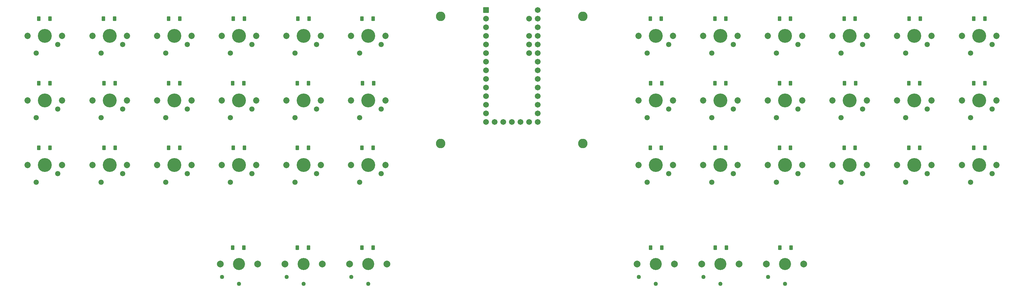
<source format=gts>
G04 #@! TF.GenerationSoftware,KiCad,Pcbnew,(6.0.7)*
G04 #@! TF.CreationDate,2022-10-12T10:08:01+02:00*
G04 #@! TF.ProjectId,cmdr_mainboard,636d6472-5f6d-4616-996e-626f6172642e,rev?*
G04 #@! TF.SameCoordinates,Original*
G04 #@! TF.FileFunction,Soldermask,Top*
G04 #@! TF.FilePolarity,Negative*
%FSLAX46Y46*%
G04 Gerber Fmt 4.6, Leading zero omitted, Abs format (unit mm)*
G04 Created by KiCad (PCBNEW (6.0.7)) date 2022-10-12 10:08:01*
%MOMM*%
%LPD*%
G01*
G04 APERTURE LIST*
G04 Aperture macros list*
%AMRoundRect*
0 Rectangle with rounded corners*
0 $1 Rounding radius*
0 $2 $3 $4 $5 $6 $7 $8 $9 X,Y pos of 4 corners*
0 Add a 4 corners polygon primitive as box body*
4,1,4,$2,$3,$4,$5,$6,$7,$8,$9,$2,$3,0*
0 Add four circle primitives for the rounded corners*
1,1,$1+$1,$2,$3*
1,1,$1+$1,$4,$5*
1,1,$1+$1,$6,$7*
1,1,$1+$1,$8,$9*
0 Add four rect primitives between the rounded corners*
20,1,$1+$1,$2,$3,$4,$5,0*
20,1,$1+$1,$4,$5,$6,$7,0*
20,1,$1+$1,$6,$7,$8,$9,0*
20,1,$1+$1,$8,$9,$2,$3,0*%
G04 Aperture macros list end*
%ADD10C,1.852000*%
%ADD11C,1.550000*%
%ADD12C,4.102000*%
%ADD13RoundRect,0.051000X0.450000X0.600000X-0.450000X0.600000X-0.450000X-0.600000X0.450000X-0.600000X0*%
%ADD14RoundRect,0.051000X-0.800000X0.800000X-0.800000X-0.800000X0.800000X-0.800000X0.800000X0.800000X0*%
%ADD15C,1.702000*%
%ADD16C,2.802000*%
%ADD17C,1.250000*%
%ADD18C,2.002000*%
%ADD19C,3.552000*%
G04 APERTURE END LIST*
D10*
X342900000Y-137160000D03*
D11*
X351790000Y-139700000D03*
D10*
X353060000Y-137160000D03*
D11*
X345440000Y-142240000D03*
D12*
X347980000Y-137160000D03*
D13*
X254380000Y-132080000D03*
X251080000Y-132080000D03*
D11*
X95463180Y-158750000D03*
D12*
X91653180Y-156210000D03*
D10*
X86573180Y-156210000D03*
X96733180Y-156210000D03*
D11*
X89113180Y-161290000D03*
D14*
X202565000Y-110490000D03*
D15*
X202565000Y-113030000D03*
X202565000Y-115570000D03*
X202565000Y-118110000D03*
X202565000Y-120650000D03*
X202565000Y-123190000D03*
X202565000Y-125730000D03*
X202565000Y-128270000D03*
X202565000Y-130810000D03*
X202565000Y-133350000D03*
X202565000Y-135890000D03*
X202565000Y-138430000D03*
X202565000Y-140970000D03*
X202565000Y-143510000D03*
X205105000Y-143510000D03*
X207645000Y-143510000D03*
X210185000Y-143510000D03*
X212725000Y-143510000D03*
X215265000Y-143510000D03*
X217805000Y-143510000D03*
X217805000Y-140970000D03*
X217805000Y-138430000D03*
X217805000Y-135890000D03*
X217805000Y-133350000D03*
X217805000Y-130810000D03*
X217805000Y-128270000D03*
X217805000Y-125730000D03*
X217805000Y-123190000D03*
X217805000Y-120650000D03*
X217805000Y-118110000D03*
X217805000Y-115570000D03*
X217805000Y-113030000D03*
X217805000Y-110490000D03*
X215265000Y-113030000D03*
X215265000Y-118110000D03*
X215265000Y-120650000D03*
X215265000Y-123190000D03*
D13*
X93090000Y-113030000D03*
X89790000Y-113030000D03*
D11*
X89113180Y-142240000D03*
D12*
X91653180Y-137160000D03*
D10*
X96733180Y-137160000D03*
X86573180Y-137160000D03*
D11*
X95463180Y-139700000D03*
D13*
X254267081Y-113030000D03*
X250967081Y-113030000D03*
X273317081Y-151130000D03*
X270017081Y-151130000D03*
D11*
X256427081Y-120650000D03*
D12*
X252617081Y-118110000D03*
D10*
X257697081Y-118110000D03*
D11*
X250077081Y-123190000D03*
D10*
X247537081Y-118110000D03*
D12*
X148803180Y-118110000D03*
D11*
X146263180Y-123190000D03*
D10*
X153883180Y-118110000D03*
X143723180Y-118110000D03*
D11*
X152613180Y-120650000D03*
X69977000Y-123190000D03*
X76327000Y-120650000D03*
D10*
X67437000Y-118110000D03*
X77597000Y-118110000D03*
D12*
X72517000Y-118110000D03*
D13*
X112353180Y-113030000D03*
X109053180Y-113030000D03*
X292480000Y-180594000D03*
X289180000Y-180594000D03*
D11*
X114513180Y-139700000D03*
D10*
X115783180Y-137160000D03*
D12*
X110703180Y-137160000D03*
D10*
X105623180Y-137160000D03*
D11*
X108163180Y-142240000D03*
D16*
X189230000Y-112395000D03*
D12*
X347980000Y-118110000D03*
D10*
X353060000Y-118110000D03*
D11*
X351790000Y-120650000D03*
D10*
X342900000Y-118110000D03*
D11*
X345440000Y-123190000D03*
D10*
X134833180Y-118110000D03*
D11*
X127213180Y-123190000D03*
D12*
X129753180Y-118110000D03*
D11*
X133563180Y-120650000D03*
D10*
X124673180Y-118110000D03*
X257697081Y-137160000D03*
D11*
X256427081Y-139700000D03*
X250077081Y-142240000D03*
D12*
X252617081Y-137160000D03*
D10*
X247537081Y-137160000D03*
D16*
X189230000Y-149860000D03*
D13*
X74040000Y-113030000D03*
X70740000Y-113030000D03*
X273430000Y-180594000D03*
X270130000Y-180594000D03*
X131403180Y-151130000D03*
X128103180Y-151130000D03*
D12*
X167853180Y-118110000D03*
D11*
X171663180Y-120650000D03*
D10*
X172933180Y-118110000D03*
X162773180Y-118110000D03*
D11*
X165313180Y-123190000D03*
X332627081Y-120650000D03*
D10*
X323737081Y-118110000D03*
D12*
X328817081Y-118110000D03*
D11*
X326277081Y-123190000D03*
D10*
X333897081Y-118110000D03*
D17*
X290717081Y-191320000D03*
D18*
X296217081Y-185420000D03*
D19*
X290717081Y-185420000D03*
D18*
X285217081Y-185420000D03*
D17*
X285717081Y-189220000D03*
D13*
X131190000Y-132080000D03*
X127890000Y-132080000D03*
D11*
X294527081Y-139700000D03*
D10*
X295797081Y-137160000D03*
X285637081Y-137160000D03*
D11*
X288177081Y-142240000D03*
D12*
X290717081Y-137160000D03*
D10*
X285637081Y-118110000D03*
D12*
X290717081Y-118110000D03*
D11*
X294527081Y-120650000D03*
D10*
X295797081Y-118110000D03*
D11*
X288177081Y-123190000D03*
D13*
X131190000Y-180594000D03*
X127890000Y-180594000D03*
D16*
X231140000Y-149860000D03*
D13*
X311417081Y-151130000D03*
X308117081Y-151130000D03*
D10*
X105623180Y-118110000D03*
D11*
X108163180Y-123190000D03*
D12*
X110703180Y-118110000D03*
D11*
X114513180Y-120650000D03*
D10*
X115783180Y-118110000D03*
D13*
X254267081Y-151130000D03*
X250967081Y-151130000D03*
X273317081Y-132080000D03*
X270017081Y-132080000D03*
X169503180Y-132080000D03*
X166203180Y-132080000D03*
X93303180Y-151130000D03*
X90003180Y-151130000D03*
X349630000Y-151130000D03*
X346330000Y-151130000D03*
X169290000Y-180594000D03*
X165990000Y-180594000D03*
D12*
X328817081Y-137160000D03*
D11*
X332627081Y-139700000D03*
X326277081Y-142240000D03*
D10*
X333897081Y-137160000D03*
X323737081Y-137160000D03*
D13*
X112353180Y-151130000D03*
X109053180Y-151130000D03*
X74040000Y-132080000D03*
X70740000Y-132080000D03*
X292367081Y-113030000D03*
X289067081Y-113030000D03*
D10*
X276747081Y-156210000D03*
D12*
X271667081Y-156210000D03*
D10*
X266587081Y-156210000D03*
D11*
X269127081Y-161290000D03*
X275477081Y-158750000D03*
X146263180Y-142240000D03*
D10*
X143723180Y-137160000D03*
D11*
X152613180Y-139700000D03*
D10*
X153883180Y-137160000D03*
D12*
X148803180Y-137160000D03*
D18*
X124253180Y-185420000D03*
X135253180Y-185420000D03*
D19*
X129753180Y-185420000D03*
D17*
X129753180Y-191320000D03*
X124753180Y-189220000D03*
X143803180Y-189220000D03*
D18*
X154303180Y-185420000D03*
X143303180Y-185420000D03*
D17*
X148803180Y-191320000D03*
D19*
X148803180Y-185420000D03*
D11*
X307227081Y-123190000D03*
X313577081Y-120650000D03*
D10*
X314847081Y-118110000D03*
D12*
X309767081Y-118110000D03*
D10*
X304687081Y-118110000D03*
D19*
X271667081Y-185420000D03*
D18*
X266167081Y-185420000D03*
D17*
X271667081Y-191320000D03*
D18*
X277167081Y-185420000D03*
D17*
X266667081Y-189220000D03*
D16*
X231140000Y-112395000D03*
D13*
X169290000Y-113030000D03*
X165990000Y-113030000D03*
D10*
X314847081Y-137160000D03*
X304687081Y-137160000D03*
D11*
X313577081Y-139700000D03*
X307227081Y-142240000D03*
D12*
X309767081Y-137160000D03*
X72517000Y-137160000D03*
D11*
X76327000Y-139700000D03*
D10*
X77597000Y-137160000D03*
D11*
X69977000Y-142240000D03*
D10*
X67437000Y-137160000D03*
D13*
X169290000Y-151130000D03*
X165990000Y-151130000D03*
X254380000Y-180594000D03*
X251080000Y-180594000D03*
D10*
X342900000Y-156210000D03*
D11*
X351790000Y-158750000D03*
X345440000Y-161290000D03*
D12*
X347980000Y-156210000D03*
D10*
X353060000Y-156210000D03*
D13*
X150240000Y-180594000D03*
X146940000Y-180594000D03*
D12*
X328817081Y-156210000D03*
D10*
X323737081Y-156210000D03*
D11*
X326277081Y-161290000D03*
D10*
X333897081Y-156210000D03*
D11*
X332627081Y-158750000D03*
X146263180Y-161290000D03*
X152613180Y-158750000D03*
D10*
X143723180Y-156210000D03*
X153883180Y-156210000D03*
D12*
X148803180Y-156210000D03*
D13*
X131403180Y-113030000D03*
X128103180Y-113030000D03*
D11*
X165313180Y-161290000D03*
D10*
X172933180Y-156210000D03*
D12*
X167853180Y-156210000D03*
D10*
X162773180Y-156210000D03*
D11*
X171663180Y-158750000D03*
D10*
X285637081Y-156210000D03*
D11*
X288177081Y-161290000D03*
D12*
X290717081Y-156210000D03*
D11*
X294527081Y-158750000D03*
D10*
X295797081Y-156210000D03*
D13*
X330580000Y-113030000D03*
X327280000Y-113030000D03*
D11*
X269127081Y-123190000D03*
D10*
X276747081Y-118110000D03*
X266587081Y-118110000D03*
D11*
X275477081Y-120650000D03*
D12*
X271667081Y-118110000D03*
D13*
X150240000Y-132080000D03*
X146940000Y-132080000D03*
D11*
X313577081Y-158750000D03*
X307227081Y-161290000D03*
D12*
X309767081Y-156210000D03*
D10*
X314847081Y-156210000D03*
X304687081Y-156210000D03*
D18*
X162353180Y-185420000D03*
D17*
X167853180Y-191320000D03*
D18*
X173353180Y-185420000D03*
D19*
X167853180Y-185420000D03*
D17*
X162853180Y-189220000D03*
D12*
X252617081Y-156210000D03*
D10*
X247537081Y-156210000D03*
D11*
X256427081Y-158750000D03*
D10*
X257697081Y-156210000D03*
D11*
X250077081Y-161290000D03*
D12*
X129753180Y-156210000D03*
D11*
X127213180Y-161290000D03*
X133563180Y-158750000D03*
D10*
X124673180Y-156210000D03*
X134833180Y-156210000D03*
D13*
X311417081Y-113030000D03*
X308117081Y-113030000D03*
D12*
X72517000Y-156210000D03*
D11*
X76327000Y-158750000D03*
X69977000Y-161290000D03*
D10*
X77597000Y-156210000D03*
X67437000Y-156210000D03*
D13*
X292367081Y-151130000D03*
X289067081Y-151130000D03*
X311530000Y-132080000D03*
X308230000Y-132080000D03*
X349630000Y-113030000D03*
X346330000Y-113030000D03*
X292367081Y-132080000D03*
X289067081Y-132080000D03*
X93303180Y-132080000D03*
X90003180Y-132080000D03*
X74040000Y-151130000D03*
X70740000Y-151130000D03*
X150240000Y-151130000D03*
X146940000Y-151130000D03*
X273317081Y-113030000D03*
X270017081Y-113030000D03*
X150453180Y-113030000D03*
X147153180Y-113030000D03*
D12*
X129753180Y-137160000D03*
D10*
X124673180Y-137160000D03*
D11*
X133563180Y-139700000D03*
X127213180Y-142240000D03*
D10*
X134833180Y-137160000D03*
D11*
X165313180Y-142240000D03*
D10*
X172933180Y-137160000D03*
D12*
X167853180Y-137160000D03*
D11*
X171663180Y-139700000D03*
D10*
X162773180Y-137160000D03*
D11*
X114513180Y-158750000D03*
X108163180Y-161290000D03*
D10*
X115783180Y-156210000D03*
D12*
X110703180Y-156210000D03*
D10*
X105623180Y-156210000D03*
D13*
X330467081Y-132080000D03*
X327167081Y-132080000D03*
X112353180Y-132080000D03*
X109053180Y-132080000D03*
D17*
X247617081Y-189220000D03*
D18*
X258117081Y-185420000D03*
D19*
X252617081Y-185420000D03*
D17*
X252617081Y-191320000D03*
D18*
X247117081Y-185420000D03*
D10*
X96733180Y-118110000D03*
D11*
X95463180Y-120650000D03*
X89113180Y-123190000D03*
D10*
X86573180Y-118110000D03*
D12*
X91653180Y-118110000D03*
X271667081Y-137160000D03*
D11*
X275477081Y-139700000D03*
D10*
X276747081Y-137160000D03*
D11*
X269127081Y-142240000D03*
D10*
X266587081Y-137160000D03*
D13*
X330467081Y-151130000D03*
X327167081Y-151130000D03*
X349630000Y-132080000D03*
X346330000Y-132080000D03*
M02*

</source>
